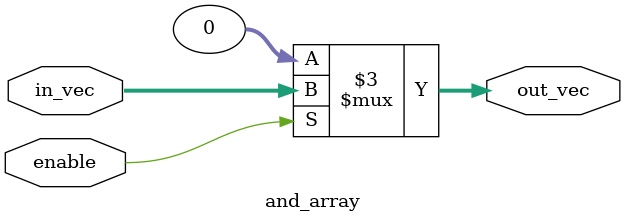
<source format=sv>
module and_array #(
    parameter N = 32, // array size
)
(
    input  logic [N-1:0] in_vec,
    input  logic         enable,
    output logic [N-1:0] out_vec
);

    always_comb begin
        if (enable)
            out_vec = in_vec;  
        else
            out_vec = '0;      
    end

endmodule
</source>
